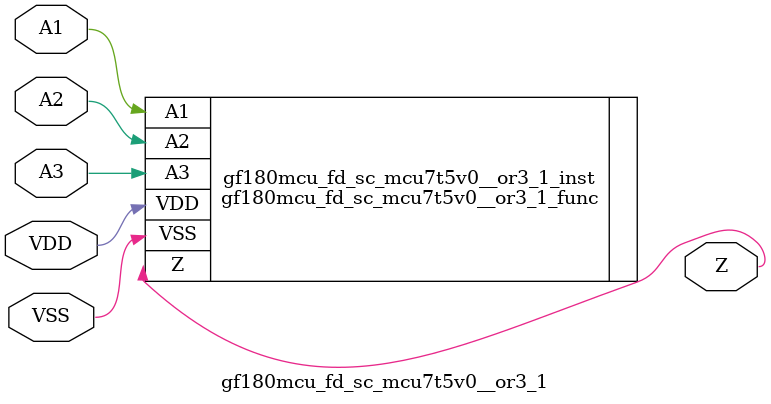
<source format=v>

module gf180mcu_fd_sc_mcu7t5v0__or3_1( A1, A2, A3, Z, VDD, VSS );
input A1, A2, A3;
inout VDD, VSS;
output Z;

   `ifdef FUNCTIONAL  //  functional //

	gf180mcu_fd_sc_mcu7t5v0__or3_1_func gf180mcu_fd_sc_mcu7t5v0__or3_1_behav_inst(.A1(A1),.A2(A2),.A3(A3),.Z(Z),.VDD(VDD),.VSS(VSS));

   `else

	gf180mcu_fd_sc_mcu7t5v0__or3_1_func gf180mcu_fd_sc_mcu7t5v0__or3_1_inst(.A1(A1),.A2(A2),.A3(A3),.Z(Z),.VDD(VDD),.VSS(VSS));

	// spec_gates_begin


	// spec_gates_end



   specify

	// specify_block_begin

	// comb arc A1 --> Z
	 (A1 => Z) = (1.0,1.0);

	// comb arc A2 --> Z
	 (A2 => Z) = (1.0,1.0);

	// comb arc A3 --> Z
	 (A3 => Z) = (1.0,1.0);

	// specify_block_end

   endspecify

   `endif

endmodule

</source>
